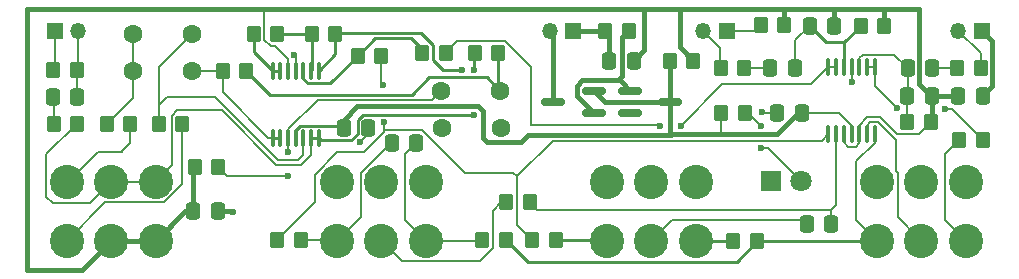
<source format=gbr>
%TF.GenerationSoftware,KiCad,Pcbnew,8.0.6*%
%TF.CreationDate,2024-11-09T16:50:09-06:00*%
%TF.ProjectId,Channel Two v2,4368616e-6e65-46c2-9054-776f2076322e,rev?*%
%TF.SameCoordinates,Original*%
%TF.FileFunction,Copper,L1,Top*%
%TF.FilePolarity,Positive*%
%FSLAX46Y46*%
G04 Gerber Fmt 4.6, Leading zero omitted, Abs format (unit mm)*
G04 Created by KiCad (PCBNEW 8.0.6) date 2024-11-09 16:50:09*
%MOMM*%
%LPD*%
G01*
G04 APERTURE LIST*
G04 Aperture macros list*
%AMRoundRect*
0 Rectangle with rounded corners*
0 $1 Rounding radius*
0 $2 $3 $4 $5 $6 $7 $8 $9 X,Y pos of 4 corners*
0 Add a 4 corners polygon primitive as box body*
4,1,4,$2,$3,$4,$5,$6,$7,$8,$9,$2,$3,0*
0 Add four circle primitives for the rounded corners*
1,1,$1+$1,$2,$3*
1,1,$1+$1,$4,$5*
1,1,$1+$1,$6,$7*
1,1,$1+$1,$8,$9*
0 Add four rect primitives between the rounded corners*
20,1,$1+$1,$2,$3,$4,$5,0*
20,1,$1+$1,$4,$5,$6,$7,0*
20,1,$1+$1,$6,$7,$8,$9,0*
20,1,$1+$1,$8,$9,$2,$3,0*%
G04 Aperture macros list end*
%TA.AperFunction,SMDPad,CuDef*%
%ADD10RoundRect,0.250000X-0.350000X-0.450000X0.350000X-0.450000X0.350000X0.450000X-0.350000X0.450000X0*%
%TD*%
%TA.AperFunction,ComponentPad*%
%ADD11R,1.800000X1.800000*%
%TD*%
%TA.AperFunction,ComponentPad*%
%ADD12C,1.800000*%
%TD*%
%TA.AperFunction,SMDPad,CuDef*%
%ADD13RoundRect,0.162500X-0.837500X-0.162500X0.837500X-0.162500X0.837500X0.162500X-0.837500X0.162500X0*%
%TD*%
%TA.AperFunction,SMDPad,CuDef*%
%ADD14RoundRect,0.162500X0.837500X0.162500X-0.837500X0.162500X-0.837500X-0.162500X0.837500X-0.162500X0*%
%TD*%
%TA.AperFunction,ComponentPad*%
%ADD15R,1.350000X1.350000*%
%TD*%
%TA.AperFunction,ComponentPad*%
%ADD16O,1.350000X1.350000*%
%TD*%
%TA.AperFunction,SMDPad,CuDef*%
%ADD17RoundRect,0.250000X0.350000X0.450000X-0.350000X0.450000X-0.350000X-0.450000X0.350000X-0.450000X0*%
%TD*%
%TA.AperFunction,SMDPad,CuDef*%
%ADD18RoundRect,0.250000X-0.337500X-0.475000X0.337500X-0.475000X0.337500X0.475000X-0.337500X0.475000X0*%
%TD*%
%TA.AperFunction,SMDPad,CuDef*%
%ADD19RoundRect,0.250000X0.337500X0.475000X-0.337500X0.475000X-0.337500X-0.475000X0.337500X-0.475000X0*%
%TD*%
%TA.AperFunction,ComponentPad*%
%ADD20C,2.900000*%
%TD*%
%TA.AperFunction,SMDPad,CuDef*%
%ADD21RoundRect,0.100000X0.100000X-0.637500X0.100000X0.637500X-0.100000X0.637500X-0.100000X-0.637500X0*%
%TD*%
%TA.AperFunction,ComponentPad*%
%ADD22C,1.600000*%
%TD*%
%TA.AperFunction,ViaPad*%
%ADD23C,0.600000*%
%TD*%
%TA.AperFunction,Conductor*%
%ADD24C,0.200000*%
%TD*%
%TA.AperFunction,Conductor*%
%ADD25C,0.400000*%
%TD*%
%TA.AperFunction,Conductor*%
%ADD26C,0.250000*%
%TD*%
G04 APERTURE END LIST*
D10*
%TO.P,R25,1*%
%TO.N,VS*%
X149418800Y-90779600D03*
%TO.P,R25,2*%
%TO.N,Net-(D1-A)*%
X151418800Y-90779600D03*
%TD*%
D11*
%TO.P,D1,1,K*%
%TO.N,GND*%
X153670000Y-96570800D03*
D12*
%TO.P,D1,2,A*%
%TO.N,Net-(D1-A)*%
X156210000Y-96570800D03*
%TD*%
D13*
%TO.P,D2,1,A*%
%TO.N,Net-(D2-A)*%
X141698400Y-88915200D03*
%TO.P,D2,2,K*%
%TO.N,unconnected-(D2-K-Pad2)*%
X141698400Y-90815200D03*
%TO.P,D2,3,K*%
%TO.N,VS*%
X145118400Y-89865200D03*
%TD*%
D14*
%TO.P,Q1,3,D*%
%TO.N,Net-(J4-Pin_2)*%
X135213200Y-89850000D03*
%TO.P,Q1,2,S*%
%TO.N,VS*%
X138633200Y-88900000D03*
%TO.P,Q1,1,G*%
%TO.N,Net-(D2-A)*%
X138633200Y-90800000D03*
%TD*%
D15*
%TO.P,J3,1,Pin_1*%
%TO.N,GND*%
X92996000Y-83820000D03*
D16*
%TO.P,J3,2,Pin_2*%
%TO.N,Net-(J3-Pin_2)*%
X94996000Y-83820000D03*
%TD*%
D17*
%TO.P,R24,1*%
%TO.N,GNDS*%
X154755600Y-83362800D03*
%TO.P,R24,2*%
%TO.N,GND*%
X152755600Y-83362800D03*
%TD*%
D10*
%TO.P,R23,1*%
%TO.N,VS*%
X145050000Y-86360000D03*
%TO.P,R23,2*%
%TO.N,GNDS*%
X147050000Y-86360000D03*
%TD*%
D17*
%TO.P,R22,2*%
%TO.N,GND*%
X139605000Y-83820000D03*
%TO.P,R22,1*%
%TO.N,Net-(D2-A)*%
X141605000Y-83820000D03*
%TD*%
D15*
%TO.P,J4,1,Pin_1*%
%TO.N,GND*%
X136890000Y-83820000D03*
D16*
%TO.P,J4,2,Pin_2*%
%TO.N,Net-(J4-Pin_2)*%
X134890000Y-83820000D03*
%TD*%
D18*
%TO.P,C16,1*%
%TO.N,VS*%
X117475000Y-92075000D03*
%TO.P,C16,2*%
%TO.N,GND*%
X119550000Y-92075000D03*
%TD*%
D19*
%TO.P,C15,1*%
%TO.N,VS*%
X156260800Y-90779600D03*
%TO.P,C15,2*%
%TO.N,GND*%
X154185800Y-90779600D03*
%TD*%
D18*
%TO.P,C14,1*%
%TO.N,GNDS*%
X104728100Y-99110800D03*
%TO.P,C14,2*%
%TO.N,GND*%
X106803100Y-99110800D03*
%TD*%
D19*
%TO.P,C13,1*%
%TO.N,GNDS*%
X142007500Y-86360000D03*
%TO.P,C13,2*%
%TO.N,GND*%
X139932500Y-86360000D03*
%TD*%
D18*
%TO.P,C12,1*%
%TO.N,GNDS*%
X169476600Y-89357200D03*
%TO.P,C12,2*%
%TO.N,GND*%
X171551600Y-89357200D03*
%TD*%
D20*
%TO.P,RV3,3,3*%
%TO.N,Net-(R7-Pad2)*%
X147260000Y-101600000D03*
%TO.P,RV3,2,2*%
%TO.N,Net-(C5-Pad2)*%
X143510000Y-101600000D03*
%TO.P,RV3,1,1*%
%TO.N,Net-(R9-Pad1)*%
X139760000Y-101600000D03*
%TO.P,RV3,*%
%TO.N,*%
X139760000Y-96600000D03*
X143510000Y-96600000D03*
X147260000Y-96600000D03*
%TD*%
%TO.P,RV2,3,3*%
%TO.N,Net-(C6-Pad1)*%
X124400000Y-101600000D03*
%TO.P,RV2,2,2*%
%TO.N,Net-(R11-Pad2)*%
X120650000Y-101600000D03*
%TO.P,RV2,1,1*%
%TO.N,Net-(C6-Pad2)*%
X116900000Y-101600000D03*
%TO.P,RV2,*%
%TO.N,*%
X116900000Y-96600000D03*
X120650000Y-96600000D03*
X124400000Y-96600000D03*
%TD*%
%TO.P,RV1,3,3*%
%TO.N,Net-(R5-Pad2)*%
X170120000Y-101600000D03*
%TO.P,RV1,2,2*%
%TO.N,Net-(U1B--)*%
X166370000Y-101600000D03*
%TO.P,RV1,1,1*%
%TO.N,Net-(R6-Pad1)*%
X162620000Y-101600000D03*
%TO.P,RV1,*%
%TO.N,*%
X162620000Y-96600000D03*
X166370000Y-96600000D03*
X170120000Y-96600000D03*
%TD*%
D21*
%TO.P,U2,1*%
%TO.N,Net-(U2A--)*%
X111450000Y-92925000D03*
%TO.P,U2,2,-*%
X112100000Y-92925000D03*
%TO.P,U2,3,+*%
%TO.N,Net-(U2A-+)*%
X112750000Y-92925000D03*
%TO.P,U2,4,V+*%
%TO.N,VS*%
X113400000Y-92925000D03*
%TO.P,U2,5,+*%
%TO.N,Net-(U2B-+)*%
X114050000Y-92925000D03*
%TO.P,U2,6,-*%
%TO.N,Net-(U2B--)*%
X114700000Y-92925000D03*
%TO.P,U2,7*%
X115350000Y-92925000D03*
%TO.P,U2,8*%
%TO.N,Net-(C7-Pad1)*%
X115350000Y-87200000D03*
%TO.P,U2,9,-*%
%TO.N,Net-(U2C--)*%
X114700000Y-87200000D03*
%TO.P,U2,10,+*%
%TO.N,Net-(U2C-+)*%
X114050000Y-87200000D03*
%TO.P,U2,11,V-*%
%TO.N,GND*%
X113400000Y-87200000D03*
%TO.P,U2,12,+*%
%TO.N,GNDS*%
X112750000Y-87200000D03*
%TO.P,U2,13,-*%
%TO.N,Net-(U2D--)*%
X112100000Y-87200000D03*
%TO.P,U2,14*%
X111450000Y-87200000D03*
%TD*%
%TO.P,U1,1*%
%TO.N,Net-(R12-Pad1)*%
X158506400Y-92608400D03*
%TO.P,U1,2,-*%
%TO.N,Net-(U1A--)*%
X159156400Y-92608400D03*
%TO.P,U1,3,+*%
%TO.N,GNDS*%
X159806400Y-92608400D03*
%TO.P,U1,4,V+*%
%TO.N,VS*%
X160456400Y-92608400D03*
%TO.P,U1,5,+*%
%TO.N,GNDS*%
X161106400Y-92608400D03*
%TO.P,U1,6,-*%
%TO.N,Net-(U1B--)*%
X161756400Y-92608400D03*
%TO.P,U1,7*%
%TO.N,Net-(R6-Pad1)*%
X162406400Y-92608400D03*
%TO.P,U1,8*%
%TO.N,Net-(U1C--)*%
X162406400Y-86883400D03*
%TO.P,U1,9,-*%
X161756400Y-86883400D03*
%TO.P,U1,10,+*%
%TO.N,Net-(U1C-+)*%
X161106400Y-86883400D03*
%TO.P,U1,11,V-*%
%TO.N,GND*%
X160456400Y-86883400D03*
%TO.P,U1,12,+*%
%TO.N,Net-(U1D-+)*%
X159806400Y-86883400D03*
%TO.P,U1,13,-*%
%TO.N,Net-(U1D--)*%
X159156400Y-86883400D03*
%TO.P,U1,14*%
X158506400Y-86883400D03*
%TD*%
D20*
%TO.P,RV4,1,1*%
%TO.N,Net-(R17-Pad2)*%
X94040000Y-101600000D03*
%TO.P,RV4,2,2*%
%TO.N,GNDS*%
X97790000Y-101600000D03*
%TO.P,RV4,3,3*%
X101540000Y-101600000D03*
%TO.P,RV4,4,4*%
%TO.N,Net-(R18-Pad2)*%
X94040000Y-96600000D03*
%TO.P,RV4,5,5*%
%TO.N,Net-(U2B--)*%
X97790000Y-96600000D03*
%TO.P,RV4,6,6*%
X101540000Y-96600000D03*
%TD*%
D10*
%TO.P,R21,1*%
%TO.N,GND*%
X92885000Y-87122000D03*
%TO.P,R21,2*%
%TO.N,Net-(J3-Pin_2)*%
X94885000Y-87122000D03*
%TD*%
D17*
%TO.P,R20,1*%
%TO.N,Net-(U2B--)*%
X94901000Y-91694000D03*
%TO.P,R20,2*%
%TO.N,Net-(C11-Pad1)*%
X92901000Y-91694000D03*
%TD*%
%TO.P,R19,1*%
%TO.N,Net-(C7-Pad2)*%
X130540000Y-85725000D03*
%TO.P,R19,2*%
%TO.N,Net-(U2B--)*%
X128540000Y-85725000D03*
%TD*%
D10*
%TO.P,R18,1*%
%TO.N,Net-(C10-Pad1)*%
X97383600Y-91744800D03*
%TO.P,R18,2*%
%TO.N,Net-(R18-Pad2)*%
X99383600Y-91744800D03*
%TD*%
%TO.P,R17,1*%
%TO.N,Net-(U2B-+)*%
X101803200Y-91744800D03*
%TO.P,R17,2*%
%TO.N,Net-(R17-Pad2)*%
X103803200Y-91744800D03*
%TD*%
D17*
%TO.P,R16,1*%
%TO.N,Net-(C7-Pad2)*%
X109220000Y-87249000D03*
%TO.P,R16,2*%
%TO.N,Net-(U2A--)*%
X107220000Y-87249000D03*
%TD*%
%TO.P,R15,1*%
%TO.N,Net-(U2A-+)*%
X106851200Y-95402400D03*
%TO.P,R15,2*%
%TO.N,GNDS*%
X104851200Y-95402400D03*
%TD*%
D10*
%TO.P,R14,1*%
%TO.N,Net-(U2C--)*%
X114750000Y-84150000D03*
%TO.P,R14,2*%
%TO.N,Net-(C7-Pad1)*%
X116750000Y-84150000D03*
%TD*%
%TO.P,R13,1*%
%TO.N,Net-(U2D--)*%
X109850000Y-84150000D03*
%TO.P,R13,2*%
%TO.N,Net-(U2C--)*%
X111850000Y-84150000D03*
%TD*%
D17*
%TO.P,R12,1*%
%TO.N,Net-(R12-Pad1)*%
X120650000Y-85950000D03*
%TO.P,R12,2*%
%TO.N,Net-(U2C-+)*%
X118650000Y-85950000D03*
%TD*%
%TO.P,R11,1*%
%TO.N,Net-(U1A--)*%
X133197600Y-98348800D03*
%TO.P,R11,2*%
%TO.N,Net-(R11-Pad2)*%
X131197600Y-98348800D03*
%TD*%
%TO.P,R10,1*%
%TO.N,Net-(U1D--)*%
X126095000Y-85725000D03*
%TO.P,R10,2*%
%TO.N,Net-(U2C-+)*%
X124095000Y-85725000D03*
%TD*%
%TO.P,R9,1*%
%TO.N,Net-(R9-Pad1)*%
X135400000Y-101550000D03*
%TO.P,R9,2*%
%TO.N,Net-(R12-Pad1)*%
X133400000Y-101550000D03*
%TD*%
%TO.P,R8,1*%
%TO.N,Net-(C6-Pad2)*%
X113810800Y-101550000D03*
%TO.P,R8,2*%
%TO.N,Net-(R12-Pad1)*%
X111810800Y-101550000D03*
%TD*%
%TO.P,R7,1*%
%TO.N,Net-(R6-Pad1)*%
X152450000Y-101650000D03*
%TO.P,R7,2*%
%TO.N,Net-(R7-Pad2)*%
X150450000Y-101650000D03*
%TD*%
%TO.P,R6,1*%
%TO.N,Net-(R6-Pad1)*%
X131200000Y-101550000D03*
%TO.P,R6,2*%
%TO.N,Net-(C6-Pad1)*%
X129200000Y-101550000D03*
%TD*%
%TO.P,R5,2*%
%TO.N,Net-(R5-Pad2)*%
X169570400Y-93065600D03*
%TO.P,R5,1*%
%TO.N,Net-(U1C--)*%
X171570400Y-93065600D03*
%TD*%
D10*
%TO.P,R4,2*%
%TO.N,GNDS*%
X167182800Y-91592400D03*
%TO.P,R4,1*%
%TO.N,Net-(U1C-+)*%
X165182800Y-91592400D03*
%TD*%
D17*
%TO.P,R3,1*%
%TO.N,Net-(J2-Pin_2)*%
X171383200Y-87000000D03*
%TO.P,R3,2*%
%TO.N,Net-(C3-Pad1)*%
X169383200Y-87000000D03*
%TD*%
D10*
%TO.P,R2,1*%
%TO.N,Net-(U1D-+)*%
X161231400Y-83395900D03*
%TO.P,R2,2*%
%TO.N,GNDS*%
X163231400Y-83395900D03*
%TD*%
%TO.P,R1,1*%
%TO.N,Net-(J1-Pin_2)*%
X149368000Y-86969600D03*
%TO.P,R1,2*%
%TO.N,Net-(C1-Pad1)*%
X151368000Y-86969600D03*
%TD*%
D16*
%TO.P,J2,2,Pin_2*%
%TO.N,Net-(J2-Pin_2)*%
X169500000Y-83820000D03*
D15*
%TO.P,J2,1,Pin_1*%
%TO.N,GND*%
X171500000Y-83820000D03*
%TD*%
D16*
%TO.P,J1,2,Pin_2*%
%TO.N,Net-(J1-Pin_2)*%
X147878800Y-83820000D03*
D15*
%TO.P,J1,1,Pin_1*%
%TO.N,GND*%
X149878800Y-83820000D03*
%TD*%
D18*
%TO.P,C11,1*%
%TO.N,Net-(C11-Pad1)*%
X92847500Y-89408000D03*
%TO.P,C11,2*%
%TO.N,Net-(J3-Pin_2)*%
X94922500Y-89408000D03*
%TD*%
D22*
%TO.P,C10,1*%
%TO.N,Net-(C10-Pad1)*%
X99648000Y-84074000D03*
%TO.P,C10,2*%
%TO.N,Net-(U2B-+)*%
X104648000Y-84074000D03*
%TD*%
%TO.P,C9,1*%
%TO.N,Net-(U2A--)*%
X104608000Y-87249000D03*
%TO.P,C9,2*%
%TO.N,Net-(C10-Pad1)*%
X99608000Y-87249000D03*
%TD*%
%TO.P,C8,1*%
%TO.N,Net-(C7-Pad2)*%
X130730000Y-88900000D03*
%TO.P,C8,2*%
%TO.N,Net-(U2A-+)*%
X125730000Y-88900000D03*
%TD*%
%TO.P,C7,2*%
%TO.N,Net-(C7-Pad2)*%
X130770000Y-92075000D03*
%TO.P,C7,1*%
%TO.N,Net-(C7-Pad1)*%
X125770000Y-92075000D03*
%TD*%
D19*
%TO.P,C6,1*%
%TO.N,Net-(C6-Pad1)*%
X123592500Y-93345000D03*
%TO.P,C6,2*%
%TO.N,Net-(C6-Pad2)*%
X121517500Y-93345000D03*
%TD*%
%TO.P,C5,1*%
%TO.N,Net-(U1A--)*%
X158720700Y-100228400D03*
%TO.P,C5,2*%
%TO.N,Net-(C5-Pad2)*%
X156645700Y-100228400D03*
%TD*%
D18*
%TO.P,C4,1*%
%TO.N,Net-(U1C-+)*%
X165158600Y-89357200D03*
%TO.P,C4,2*%
%TO.N,GNDS*%
X167233600Y-89357200D03*
%TD*%
D19*
%TO.P,C3,2*%
%TO.N,Net-(U1C-+)*%
X165209400Y-87020400D03*
%TO.P,C3,1*%
%TO.N,Net-(C3-Pad1)*%
X167284400Y-87020400D03*
%TD*%
D18*
%TO.P,C2,1*%
%TO.N,Net-(U1D-+)*%
X156906400Y-83395900D03*
%TO.P,C2,2*%
%TO.N,GNDS*%
X158981400Y-83395900D03*
%TD*%
%TO.P,C1,1*%
%TO.N,Net-(C1-Pad1)*%
X153568400Y-86969600D03*
%TO.P,C1,2*%
%TO.N,Net-(U1D-+)*%
X155643400Y-86969600D03*
%TD*%
D23*
%TO.N,Net-(D1-A)*%
X152806400Y-93776800D03*
X152806400Y-91891200D03*
%TO.N,Net-(U1D--)*%
X144272000Y-91897200D03*
X145999200Y-91891200D03*
%TO.N,Net-(R12-Pad1)*%
X120802400Y-88392000D03*
X120853200Y-91592400D03*
%TO.N,Net-(U1C--)*%
X164318078Y-90394294D03*
X168351200Y-90424000D03*
%TO.N,GND*%
X152908000Y-90728800D03*
%TO.N,Net-(U2A-+)*%
X112725200Y-94142000D03*
X112725200Y-96164400D03*
%TO.N,GND*%
X108051600Y-99161600D03*
%TO.N,Net-(U2B--)*%
X128524000Y-87122000D03*
X128524000Y-90932000D03*
%TO.N,Net-(C7-Pad1)*%
X127508000Y-87150000D03*
%TO.N,GND*%
X118872000Y-93218000D03*
X160537400Y-88133900D03*
X113284000Y-85852000D03*
%TD*%
D24*
%TO.N,Net-(D1-A)*%
X153416000Y-93776800D02*
X156210000Y-96570800D01*
X152806400Y-93776800D02*
X153416000Y-93776800D01*
X151694800Y-90779600D02*
X152806400Y-91891200D01*
X151418800Y-90779600D02*
X151694800Y-90779600D01*
%TO.N,Net-(C1-Pad1)*%
X151368000Y-86969600D02*
X153568400Y-86969600D01*
%TO.N,Net-(U1A--)*%
X159156400Y-98602800D02*
X159156400Y-92608400D01*
X158750000Y-99009200D02*
X159156400Y-98602800D01*
X158750000Y-99263200D02*
X158720700Y-99292500D01*
X158720700Y-99292500D02*
X158720700Y-100228400D01*
X158750000Y-99009200D02*
X158750000Y-99263200D01*
X133858000Y-99009200D02*
X158750000Y-99009200D01*
X133197600Y-98348800D02*
X133858000Y-99009200D01*
%TO.N,Net-(R11-Pad2)*%
X131197600Y-98348800D02*
X130811200Y-98348800D01*
X130100000Y-102234744D02*
X130100000Y-99060000D01*
X130811200Y-98348800D02*
X130100000Y-99060000D01*
%TO.N,Net-(C5-Pad2)*%
X156267300Y-99850000D02*
X156645700Y-100228400D01*
X145260000Y-99850000D02*
X156267300Y-99850000D01*
X143510000Y-101600000D02*
X145260000Y-99850000D01*
%TO.N,VS*%
X149418800Y-92575200D02*
X149402800Y-92591200D01*
X149418800Y-90779600D02*
X149418800Y-92575200D01*
D25*
X149402800Y-92591200D02*
X154112866Y-92591200D01*
X145118400Y-92591200D02*
X149402800Y-92591200D01*
D24*
%TO.N,Net-(C6-Pad2)*%
X116850000Y-101550000D02*
X116900000Y-101600000D01*
X113810800Y-101550000D02*
X116850000Y-101550000D01*
%TO.N,Net-(R12-Pad1)*%
X135154344Y-93159200D02*
X132149144Y-96164400D01*
X158506400Y-92608400D02*
X157955600Y-93159200D01*
X132149144Y-96164400D02*
X131834744Y-95850000D01*
X132150000Y-96165256D02*
X132149144Y-96164400D01*
X157955600Y-93159200D02*
X135154344Y-93159200D01*
%TO.N,Net-(U1D--)*%
X157007371Y-88382429D02*
X158506400Y-86883400D01*
X149507971Y-88382429D02*
X157007371Y-88382429D01*
X145999200Y-91891200D02*
X149507971Y-88382429D01*
X133350000Y-86918800D02*
X133350000Y-91846400D01*
X131156200Y-84725000D02*
X133350000Y-86918800D01*
X127095000Y-84725000D02*
X131156200Y-84725000D01*
X133350000Y-91846400D02*
X144221200Y-91846400D01*
X144221200Y-91846400D02*
X144272000Y-91897200D01*
X126095000Y-85725000D02*
X127095000Y-84725000D01*
D25*
%TO.N,VS*%
X155924466Y-90779600D02*
X156260800Y-90779600D01*
X154112866Y-92591200D02*
X155924466Y-90779600D01*
D24*
%TO.N,Net-(R12-Pad1)*%
X120954800Y-92252800D02*
X120853200Y-92354400D01*
X124097544Y-92252800D02*
X120954800Y-92252800D01*
X127694744Y-95850000D02*
X124097544Y-92252800D01*
X131834744Y-95850000D02*
X127694744Y-95850000D01*
X132150000Y-100300000D02*
X132150000Y-96165256D01*
X133400000Y-101550000D02*
X132150000Y-100300000D01*
X120853200Y-92354400D02*
X120853200Y-91592400D01*
X120853200Y-92412056D02*
X120853200Y-92354400D01*
X120650000Y-88239600D02*
X120650000Y-85950000D01*
X120802400Y-88392000D02*
X120650000Y-88239600D01*
X116925206Y-94099920D02*
X119165336Y-94099920D01*
X115010800Y-96014326D02*
X116925206Y-94099920D01*
X115010800Y-98350000D02*
X115010800Y-96014326D01*
X111810800Y-101550000D02*
X115010800Y-98350000D01*
X119165336Y-94099920D02*
X120853200Y-92412056D01*
%TO.N,GNDS*%
X110750000Y-82087600D02*
X110642400Y-81980000D01*
X110750000Y-84634744D02*
X110750000Y-82087600D01*
X111265256Y-85150000D02*
X110750000Y-84634744D01*
X111667600Y-85150000D02*
X111265256Y-85150000D01*
X112750000Y-87200000D02*
X112750000Y-86232400D01*
D25*
X110642400Y-81980000D02*
X90627200Y-81980000D01*
D24*
X112750000Y-86232400D02*
X111667600Y-85150000D01*
D25*
X142889200Y-81980000D02*
X110642400Y-81980000D01*
X90616000Y-81991200D02*
X90616000Y-104089200D01*
X90627200Y-81980000D02*
X90616000Y-81991200D01*
X95300800Y-104089200D02*
X97790000Y-101600000D01*
X142900400Y-81991200D02*
X142900400Y-85467100D01*
X90616000Y-104089200D02*
X95300800Y-104089200D01*
X142900400Y-81980000D02*
X142900400Y-81991200D01*
X142900400Y-81991200D02*
X142889200Y-81980000D01*
X145897600Y-81980000D02*
X142900400Y-81980000D01*
X142900400Y-85467100D02*
X142007500Y-86360000D01*
%TO.N,VS*%
X118593000Y-90232000D02*
X117475000Y-91350000D01*
X128813950Y-90232000D02*
X118593000Y-90232000D01*
X129224000Y-90642050D02*
X128813950Y-90232000D01*
X129597000Y-93275000D02*
X129224000Y-92902000D01*
X117475000Y-91350000D02*
X117475000Y-92075000D01*
X132435457Y-93275000D02*
X129597000Y-93275000D01*
X133051257Y-92659200D02*
X132435457Y-93275000D01*
X129224000Y-92902000D02*
X129224000Y-90642050D01*
X145186400Y-92659200D02*
X133051257Y-92659200D01*
X145118400Y-92591200D02*
X145186400Y-92659200D01*
X145118400Y-89865200D02*
X145118400Y-92591200D01*
X145118400Y-86428400D02*
X145050000Y-86360000D01*
X145118400Y-89865200D02*
X145118400Y-86428400D01*
D24*
%TO.N,Net-(U1D-+)*%
X155643400Y-84658900D02*
X156906400Y-83395900D01*
X155643400Y-86969600D02*
X155643400Y-84658900D01*
%TO.N,Net-(U1C--)*%
X168928800Y-90424000D02*
X171570400Y-93065600D01*
X168351200Y-90424000D02*
X168928800Y-90424000D01*
X162406400Y-88482616D02*
X164318078Y-90394294D01*
X162406400Y-86883400D02*
X162406400Y-88482616D01*
%TO.N,GNDS*%
X166166800Y-92608400D02*
X167182800Y-91592400D01*
X162840541Y-91170900D02*
X164278041Y-92608400D01*
X164278041Y-92608400D02*
X166166800Y-92608400D01*
X161106400Y-92608400D02*
X161106400Y-91870901D01*
X161106400Y-91870901D02*
X161806401Y-91170900D01*
X161806401Y-91170900D02*
X162840541Y-91170900D01*
%TO.N,Net-(U1C-+)*%
X165158600Y-89357200D02*
X165158600Y-91568200D01*
X165158600Y-91568200D02*
X165182800Y-91592400D01*
D25*
%TO.N,GNDS*%
X167233600Y-91541600D02*
X167182800Y-91592400D01*
X167233600Y-89357200D02*
X167233600Y-91541600D01*
D24*
%TO.N,Net-(U1C-+)*%
X165209400Y-89306400D02*
X165158600Y-89357200D01*
X165209400Y-87020400D02*
X165209400Y-89306400D01*
X161406401Y-85845900D02*
X164034900Y-85845900D01*
X164034900Y-85845900D02*
X165209400Y-87020400D01*
X161106400Y-86145901D02*
X161406401Y-85845900D01*
X161106400Y-86883400D02*
X161106400Y-86145901D01*
%TO.N,GND*%
X152958800Y-90779600D02*
X152908000Y-90728800D01*
X154185800Y-90779600D02*
X152958800Y-90779600D01*
%TO.N,VS*%
X159365099Y-90779600D02*
X156260800Y-90779600D01*
X160456400Y-91870901D02*
X159365099Y-90779600D01*
X160456400Y-92608400D02*
X160456400Y-91870901D01*
%TO.N,Net-(U1B--)*%
X164219237Y-95724363D02*
X164370000Y-95875126D01*
X162674856Y-91570900D02*
X164219237Y-93115281D01*
X162056401Y-91570900D02*
X162674856Y-91570900D01*
X164219237Y-93115281D02*
X164219237Y-95724363D01*
X161756400Y-91870901D02*
X162056401Y-91570900D01*
X161756400Y-92608400D02*
X161756400Y-91870901D01*
X164370000Y-95875126D02*
X164370000Y-99600000D01*
X164370000Y-99600000D02*
X166370000Y-101600000D01*
%TO.N,Net-(R6-Pad1)*%
X160870000Y-94882299D02*
X160870000Y-99850000D01*
X160870000Y-99850000D02*
X162620000Y-101600000D01*
X162406400Y-92608400D02*
X162406400Y-93345899D01*
X162406400Y-93345899D02*
X160870000Y-94882299D01*
%TO.N,Net-(R5-Pad2)*%
X168370000Y-99850000D02*
X170120000Y-101600000D01*
X168370000Y-94266000D02*
X168370000Y-99850000D01*
X169570400Y-93065600D02*
X168370000Y-94266000D01*
%TO.N,Net-(J2-Pin_2)*%
X171383200Y-85703200D02*
X169500000Y-83820000D01*
X171383200Y-87000000D02*
X171383200Y-85703200D01*
%TO.N,Net-(C3-Pad1)*%
X169362800Y-87020400D02*
X169383200Y-87000000D01*
X167284400Y-87020400D02*
X169362800Y-87020400D01*
D25*
%TO.N,GND*%
X172383200Y-84703200D02*
X171500000Y-83820000D01*
X171551600Y-89357200D02*
X172383200Y-88525600D01*
X172383200Y-88525600D02*
X172383200Y-84703200D01*
%TO.N,GNDS*%
X145897600Y-85207600D02*
X147050000Y-86360000D01*
X145897600Y-81980000D02*
X145897600Y-85207600D01*
X154736800Y-81980000D02*
X145897600Y-81980000D01*
X167233600Y-89357200D02*
X169476600Y-89357200D01*
X158637200Y-81980000D02*
X154736800Y-81980000D01*
X154755600Y-82213200D02*
X154755600Y-83362800D01*
X158648400Y-81991200D02*
X158637200Y-81980000D01*
X154736800Y-81980000D02*
X154736800Y-82194400D01*
X158953200Y-81991200D02*
X158648400Y-81991200D01*
X154736800Y-82194400D02*
X154755600Y-82213200D01*
X158981400Y-82019400D02*
X158981400Y-83395900D01*
X158953200Y-81991200D02*
X158981400Y-82019400D01*
X158964400Y-81980000D02*
X158953200Y-81991200D01*
X163220400Y-81980000D02*
X158964400Y-81980000D01*
X163231400Y-81991000D02*
X163231400Y-83395900D01*
X166155600Y-81980000D02*
X163220400Y-81980000D01*
X163220400Y-81980000D02*
X163231400Y-81991000D01*
X166196900Y-82021300D02*
X166155600Y-81980000D01*
X166196900Y-88320500D02*
X166196900Y-82021300D01*
X167233600Y-89357200D02*
X166196900Y-88320500D01*
D24*
%TO.N,GND*%
X152298400Y-83820000D02*
X152755600Y-83362800D01*
X149878800Y-83820000D02*
X152298400Y-83820000D01*
%TO.N,Net-(J1-Pin_2)*%
X149317200Y-85258400D02*
X149317200Y-86309200D01*
X147878800Y-83820000D02*
X149317200Y-85258400D01*
D26*
%TO.N,Net-(R6-Pad1)*%
X162570000Y-101650000D02*
X162620000Y-101600000D01*
X152450000Y-101650000D02*
X162570000Y-101650000D01*
D24*
%TO.N,Net-(R11-Pad2)*%
X122400000Y-103350000D02*
X128984744Y-103350000D01*
X128984744Y-103350000D02*
X130100000Y-102234744D01*
X120650000Y-101600000D02*
X122400000Y-103350000D01*
%TO.N,Net-(C6-Pad1)*%
X129150000Y-101600000D02*
X129200000Y-101550000D01*
X124400000Y-101600000D02*
X129150000Y-101600000D01*
X122650000Y-94287500D02*
X123592500Y-93345000D01*
X122650000Y-99850000D02*
X122650000Y-94287500D01*
X124400000Y-101600000D02*
X122650000Y-99850000D01*
%TO.N,Net-(C6-Pad2)*%
X121430126Y-93345000D02*
X121517500Y-93345000D01*
X118900000Y-95875126D02*
X121430126Y-93345000D01*
X118900000Y-99600000D02*
X118900000Y-95875126D01*
X116900000Y-101600000D02*
X118900000Y-99600000D01*
%TO.N,Net-(U2A-+)*%
X112725200Y-92949800D02*
X112750000Y-92925000D01*
X112725200Y-94142000D02*
X112725200Y-92949800D01*
X107613200Y-96164400D02*
X112725200Y-96164400D01*
X106851200Y-95402400D02*
X107613200Y-96164400D01*
%TO.N,Net-(U2B--)*%
X111753114Y-95199200D02*
X113813299Y-95199200D01*
X103383413Y-90579843D02*
X107133757Y-90579843D01*
X107133757Y-90579843D02*
X111753114Y-95199200D01*
X102903200Y-91060056D02*
X103383413Y-90579843D01*
X113813299Y-95199200D02*
X114700000Y-94312499D01*
X102903200Y-95236800D02*
X102903200Y-91060056D01*
X114700000Y-94312499D02*
X114700000Y-92925000D01*
X101540000Y-96600000D02*
X102903200Y-95236800D01*
%TO.N,Net-(U2B-+)*%
X114050000Y-94026800D02*
X114050000Y-92925000D01*
X113995200Y-94081600D02*
X114050000Y-94026800D01*
X113995200Y-94335600D02*
X113995200Y-94081600D01*
X113588800Y-94742000D02*
X113995200Y-94335600D01*
X111861600Y-94742000D02*
X113588800Y-94742000D01*
X106527600Y-89408000D02*
X111861600Y-94742000D01*
X102514400Y-89408000D02*
X106527600Y-89408000D01*
X101803200Y-91744800D02*
X101803200Y-90119200D01*
X101803200Y-90119200D02*
X102514400Y-89408000D01*
X104648000Y-84074000D02*
X101803200Y-86918800D01*
X101803200Y-86918800D02*
X101803200Y-91744800D01*
%TO.N,Net-(C10-Pad1)*%
X99608000Y-89520400D02*
X97383600Y-91744800D01*
X99608000Y-87249000D02*
X99608000Y-89520400D01*
D25*
%TO.N,GND*%
X108000800Y-99110800D02*
X108051600Y-99161600D01*
X106803100Y-99110800D02*
X108000800Y-99110800D01*
%TO.N,GNDS*%
X104728100Y-95525500D02*
X104851200Y-95402400D01*
X104728100Y-99110800D02*
X104728100Y-95525500D01*
X104029200Y-99110800D02*
X104728100Y-99110800D01*
X101540000Y-101600000D02*
X104029200Y-99110800D01*
D24*
%TO.N,Net-(R17-Pad2)*%
X103803200Y-96811674D02*
X103803200Y-91744800D01*
X94040000Y-101600000D02*
X97290000Y-98350000D01*
X97290000Y-98350000D02*
X102264874Y-98350000D01*
X102264874Y-98350000D02*
X103803200Y-96811674D01*
%TO.N,Net-(U2B--)*%
X95939600Y-98450400D02*
X97790000Y-96600000D01*
X92862400Y-98450400D02*
X95939600Y-98450400D01*
X92290000Y-94305000D02*
X92290000Y-97878000D01*
X92290000Y-97878000D02*
X92862400Y-98450400D01*
X94901000Y-91694000D02*
X92290000Y-94305000D01*
%TO.N,Net-(R18-Pad2)*%
X98704400Y-94081600D02*
X98704400Y-94030800D01*
X96631544Y-94081600D02*
X98704400Y-94081600D01*
X94599544Y-96113600D02*
X96631544Y-94081600D01*
X93726000Y-96113600D02*
X94599544Y-96113600D01*
X94040000Y-96427600D02*
X93726000Y-96113600D01*
X98704400Y-94030800D02*
X99383600Y-93351600D01*
X99383600Y-93351600D02*
X99383600Y-91744800D01*
X94040000Y-96600000D02*
X94040000Y-96427600D01*
%TO.N,Net-(U2B--)*%
X97790000Y-96600000D02*
X101540000Y-96600000D01*
D25*
%TO.N,GNDS*%
X97790000Y-101600000D02*
X101540000Y-101600000D01*
D26*
%TO.N,Net-(C7-Pad2)*%
X124702800Y-87775000D02*
X123240800Y-89237000D01*
X123240800Y-89237000D02*
X111208000Y-89237000D01*
X111208000Y-89237000D02*
X109220000Y-87249000D01*
X129605000Y-87775000D02*
X124702800Y-87775000D01*
X130730000Y-88900000D02*
X129605000Y-87775000D01*
%TO.N,VS*%
X117262500Y-91862500D02*
X117475000Y-92075000D01*
X113771188Y-91862500D02*
X117262500Y-91862500D01*
X113400000Y-92233688D02*
X113771188Y-91862500D01*
X113400000Y-92925000D02*
X113400000Y-92233688D01*
D25*
%TO.N,Net-(J4-Pin_2)*%
X135213200Y-84143200D02*
X134890000Y-83820000D01*
X135213200Y-89850000D02*
X135213200Y-84143200D01*
%TO.N,Net-(D2-A)*%
X141020000Y-84405000D02*
X141605000Y-83820000D01*
X141020000Y-87681600D02*
X141020000Y-84405000D01*
X140665200Y-88036400D02*
X141020000Y-87681600D01*
X140665200Y-88036400D02*
X140819600Y-88036400D01*
X137668000Y-88036400D02*
X140665200Y-88036400D01*
X140819600Y-88036400D02*
X141698400Y-88915200D01*
X137233200Y-89400000D02*
X137233200Y-88471200D01*
X138633200Y-90800000D02*
X137233200Y-89400000D01*
X137233200Y-88471200D02*
X137668000Y-88036400D01*
%TO.N,VS*%
X139598400Y-89865200D02*
X145118400Y-89865200D01*
X138633200Y-88900000D02*
X139598400Y-89865200D01*
D24*
%TO.N,GND*%
X92996000Y-83820000D02*
X92996000Y-87011000D01*
X92996000Y-87011000D02*
X92885000Y-87122000D01*
%TO.N,Net-(J3-Pin_2)*%
X94996000Y-87011000D02*
X94885000Y-87122000D01*
X94996000Y-83820000D02*
X94996000Y-87011000D01*
%TO.N,Net-(C10-Pad1)*%
X99608000Y-84114000D02*
X99648000Y-84074000D01*
X99608000Y-87249000D02*
X99608000Y-84114000D01*
D26*
%TO.N,Net-(U2A--)*%
X111633000Y-92925000D02*
X112100000Y-92925000D01*
D24*
X107220000Y-87249000D02*
X107220000Y-89059000D01*
X107220000Y-89059000D02*
X111086000Y-92925000D01*
D26*
X111450000Y-92925000D02*
X111633000Y-92925000D01*
D24*
X111086000Y-92925000D02*
X111633000Y-92925000D01*
X104608000Y-87249000D02*
X107220000Y-87249000D01*
%TO.N,Net-(C11-Pad1)*%
X92901000Y-89461500D02*
X92847500Y-89408000D01*
X92901000Y-91694000D02*
X92901000Y-89461500D01*
%TO.N,Net-(J3-Pin_2)*%
X94922500Y-87159500D02*
X94885000Y-87122000D01*
X94922500Y-89408000D02*
X94922500Y-87159500D01*
D26*
%TO.N,Net-(U2B--)*%
X128524000Y-85741000D02*
X128540000Y-85725000D01*
X128524000Y-87122000D02*
X128524000Y-85741000D01*
X119060400Y-90932000D02*
X128524000Y-90932000D01*
X118637500Y-91354900D02*
X119060400Y-90932000D01*
X118637500Y-92568616D02*
X118637500Y-91354900D01*
X115550000Y-93125000D02*
X118081116Y-93125000D01*
X118081116Y-93125000D02*
X118637500Y-92568616D01*
X115350000Y-92925000D02*
X115550000Y-93125000D01*
D24*
%TO.N,Net-(U2A-+)*%
X115275501Y-89662000D02*
X124968000Y-89662000D01*
X124968000Y-89662000D02*
X125730000Y-88900000D01*
X112750000Y-92187501D02*
X115275501Y-89662000D01*
X112750000Y-92925000D02*
X112750000Y-92187501D01*
D26*
%TO.N,Net-(C7-Pad1)*%
X125899900Y-87150000D02*
X127508000Y-87150000D01*
X125020000Y-86270100D02*
X125899900Y-87150000D01*
X125020000Y-85029900D02*
X125020000Y-86270100D01*
X116895000Y-84005000D02*
X123995100Y-84005000D01*
X123995100Y-84005000D02*
X125020000Y-85029900D01*
X116750000Y-84150000D02*
X116895000Y-84005000D01*
D24*
%TO.N,GND*%
X119550000Y-92540000D02*
X118872000Y-93218000D01*
X119550000Y-92075000D02*
X119550000Y-92540000D01*
%TO.N,GNDS*%
X161106400Y-93345899D02*
X161106400Y-92608400D01*
X160806399Y-93645900D02*
X161106400Y-93345899D01*
X159806400Y-93264356D02*
X160187944Y-93645900D01*
X160187944Y-93645900D02*
X160806399Y-93645900D01*
X159806400Y-92608400D02*
X159806400Y-93264356D01*
%TO.N,GND*%
X160456400Y-88052900D02*
X160537400Y-88133900D01*
X160456400Y-86883400D02*
X160456400Y-88052900D01*
X113400000Y-85968000D02*
X113284000Y-85852000D01*
X113400000Y-87200000D02*
X113400000Y-85968000D01*
D26*
%TO.N,Net-(U2B--)*%
X115350000Y-92925000D02*
X114700000Y-92925000D01*
%TO.N,Net-(C7-Pad2)*%
X130540000Y-88710000D02*
X130730000Y-88900000D01*
X130540000Y-85725000D02*
X130540000Y-88710000D01*
%TO.N,Net-(U2C-+)*%
X123190000Y-84455000D02*
X120145000Y-84455000D01*
X124095000Y-85360000D02*
X123190000Y-84455000D01*
X124095000Y-85725000D02*
X124095000Y-85360000D01*
X120145000Y-84455000D02*
X118650000Y-85950000D01*
%TO.N,Net-(R6-Pad1)*%
X150725000Y-103375000D02*
X152450000Y-101650000D01*
X133025000Y-103375000D02*
X150725000Y-103375000D01*
X131200000Y-101550000D02*
X133025000Y-103375000D01*
%TO.N,Net-(U2D--)*%
X109850000Y-85600000D02*
X111450000Y-87200000D01*
X109850000Y-84150000D02*
X109850000Y-85600000D01*
%TO.N,Net-(U2C--)*%
X114750000Y-84150000D02*
X111850000Y-84150000D01*
X114750000Y-87150000D02*
X114700000Y-87200000D01*
X114750000Y-84150000D02*
X114750000Y-87150000D01*
%TO.N,Net-(C7-Pad1)*%
X116750000Y-85800000D02*
X115350000Y-87200000D01*
X116750000Y-84150000D02*
X116750000Y-85800000D01*
%TO.N,Net-(U2C-+)*%
X114050000Y-87891312D02*
X114421188Y-88262500D01*
X114421188Y-88262500D02*
X116337500Y-88262500D01*
X116337500Y-88262500D02*
X118650000Y-85950000D01*
X114050000Y-87200000D02*
X114050000Y-87891312D01*
D25*
%TO.N,GND*%
X139932500Y-84147500D02*
X139605000Y-83820000D01*
X139932500Y-86360000D02*
X139932500Y-84147500D01*
X136890000Y-83820000D02*
X139605000Y-83820000D01*
D26*
%TO.N,Net-(U1D-+)*%
X158331400Y-84820900D02*
X159806400Y-84820900D01*
X156906400Y-83395900D02*
X158331400Y-84820900D01*
X159806400Y-84820900D02*
X161231400Y-83395900D01*
X159806400Y-86883400D02*
X159806400Y-84820900D01*
%TO.N,Net-(U2D--)*%
X111450000Y-87200000D02*
X112100000Y-87200000D01*
%TO.N,Net-(R9-Pad1)*%
X138440000Y-101550000D02*
X138490000Y-101600000D01*
X135400000Y-101550000D02*
X138440000Y-101550000D01*
%TO.N,Net-(R7-Pad2)*%
X146040000Y-101650000D02*
X145990000Y-101600000D01*
X150450000Y-101650000D02*
X146040000Y-101650000D01*
D24*
%TO.N,Net-(U1D--)*%
X159156400Y-86883400D02*
X158506400Y-86883400D01*
%TO.N,Net-(U1C--)*%
X162406400Y-86883400D02*
X161756400Y-86883400D01*
%TD*%
M02*

</source>
